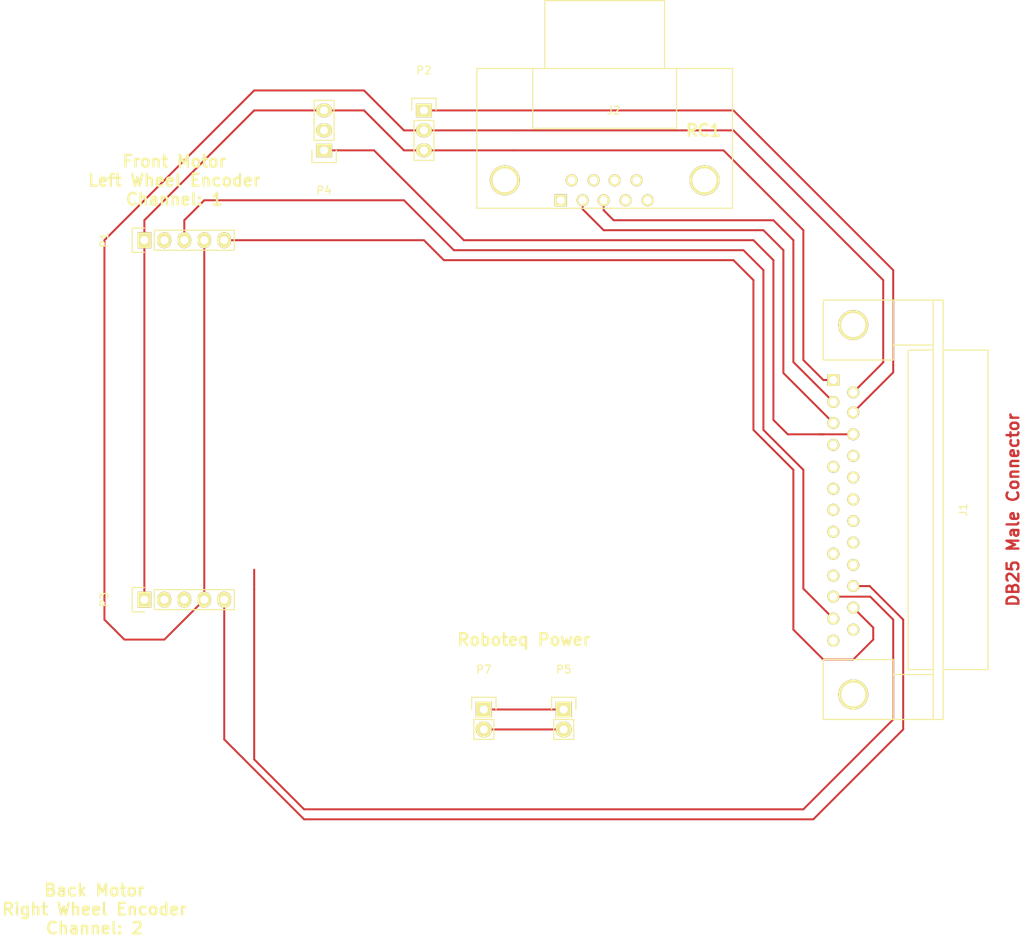
<source format=kicad_pcb>
(kicad_pcb (version 4) (host pcbnew 4.0.1-stable)

  (general
    (links 20)
    (no_connects 4)
    (area 82.861429 54.735 206.94 164.105001)
    (thickness 1.6)
    (drawings 5)
    (tracks 99)
    (zones 0)
    (modules 8)
    (nets 35)
  )

  (page A4)
  (layers
    (0 F.Cu signal)
    (31 B.Cu signal)
    (32 B.Adhes user)
    (33 F.Adhes user)
    (34 B.Paste user)
    (35 F.Paste user)
    (36 B.SilkS user)
    (37 F.SilkS user)
    (38 B.Mask user)
    (39 F.Mask user)
    (40 Dwgs.User user)
    (41 Cmts.User user)
    (42 Eco1.User user)
    (43 Eco2.User user)
    (44 Edge.Cuts user)
    (45 Margin user)
    (46 B.CrtYd user)
    (47 F.CrtYd user)
    (48 B.Fab user)
    (49 F.Fab user)
  )

  (setup
    (last_trace_width 0.25)
    (trace_clearance 0.2)
    (zone_clearance 0.508)
    (zone_45_only no)
    (trace_min 0.2)
    (segment_width 0.2)
    (edge_width 0.15)
    (via_size 0.6)
    (via_drill 0.4)
    (via_min_size 0.4)
    (via_min_drill 0.3)
    (uvia_size 0.3)
    (uvia_drill 0.1)
    (uvias_allowed no)
    (uvia_min_size 0.2)
    (uvia_min_drill 0.1)
    (pcb_text_width 0.3)
    (pcb_text_size 1.5 1.5)
    (mod_edge_width 0.15)
    (mod_text_size 1 1)
    (mod_text_width 0.15)
    (pad_size 1.524 1.524)
    (pad_drill 0.762)
    (pad_to_mask_clearance 0.2)
    (aux_axis_origin 0 0)
    (visible_elements FFFFFF7F)
    (pcbplotparams
      (layerselection 0x00030_80000001)
      (usegerberextensions false)
      (excludeedgelayer true)
      (linewidth 0.100000)
      (plotframeref false)
      (viasonmask false)
      (mode 1)
      (useauxorigin false)
      (hpglpennumber 1)
      (hpglpenspeed 20)
      (hpglpendiameter 15)
      (hpglpenoverlay 2)
      (psnegative false)
      (psa4output false)
      (plotreference true)
      (plotvalue true)
      (plotinvisibletext false)
      (padsonsilk false)
      (subtractmaskfromsilk false)
      (outputformat 1)
      (mirror false)
      (drillshape 1)
      (scaleselection 1)
      (outputdirectory ""))
  )

  (net 0 "")
  (net 1 GND)
  (net 2 "Net-(J1-Pad4)")
  (net 3 "Net-(J1-Pad6)")
  (net 4 "Net-(J1-Pad7)")
  (net 5 "Net-(J1-Pad8)")
  (net 6 "Net-(J1-Pad9)")
  (net 7 "Net-(J1-Pad10)")
  (net 8 RIGHT_ENC2_A)
  (net 9 LEFT_ENC1_A)
  (net 10 "Net-(J1-Pad14)")
  (net 11 "Net-(J1-Pad16)")
  (net 12 "Net-(J1-Pad17)")
  (net 13 "Net-(J1-Pad18)")
  (net 14 "Net-(J1-Pad19)")
  (net 15 "Net-(J1-Pad20)")
  (net 16 "Net-(J1-Pad21)")
  (net 17 "Net-(J1-Pad22)")
  (net 18 RIGHT_ENC2_B)
  (net 19 LEFT_ENC1_B)
  (net 20 +5V)
  (net 21 "Net-(P1-Pad2)")
  (net 22 "Net-(P3-Pad2)")
  (net 23 RS232-Tx)
  (net 24 RS232-Rx)
  (net 25 RC1)
  (net 26 "Net-(J2-Pad1)")
  (net 27 "Net-(J2-Pad4)")
  (net 28 "Net-(J2-Pad5)")
  (net 29 "Net-(J2-Pad6)")
  (net 30 "Net-(J2-Pad7)")
  (net 31 "Net-(J2-Pad8)")
  (net 32 "Net-(J2-Pad9)")
  (net 33 Battery+24V)
  (net 34 BatteryGND)

  (net_class Default "This is the default net class."
    (clearance 0.2)
    (trace_width 0.25)
    (via_dia 0.6)
    (via_drill 0.4)
    (uvia_dia 0.3)
    (uvia_drill 0.1)
    (add_net +5V)
    (add_net Battery+24V)
    (add_net BatteryGND)
    (add_net GND)
    (add_net LEFT_ENC1_A)
    (add_net LEFT_ENC1_B)
    (add_net "Net-(J1-Pad10)")
    (add_net "Net-(J1-Pad14)")
    (add_net "Net-(J1-Pad16)")
    (add_net "Net-(J1-Pad17)")
    (add_net "Net-(J1-Pad18)")
    (add_net "Net-(J1-Pad19)")
    (add_net "Net-(J1-Pad20)")
    (add_net "Net-(J1-Pad21)")
    (add_net "Net-(J1-Pad22)")
    (add_net "Net-(J1-Pad4)")
    (add_net "Net-(J1-Pad6)")
    (add_net "Net-(J1-Pad7)")
    (add_net "Net-(J1-Pad8)")
    (add_net "Net-(J1-Pad9)")
    (add_net "Net-(J2-Pad1)")
    (add_net "Net-(J2-Pad4)")
    (add_net "Net-(J2-Pad5)")
    (add_net "Net-(J2-Pad6)")
    (add_net "Net-(J2-Pad7)")
    (add_net "Net-(J2-Pad8)")
    (add_net "Net-(J2-Pad9)")
    (add_net "Net-(P1-Pad2)")
    (add_net "Net-(P3-Pad2)")
    (add_net RC1)
    (add_net RIGHT_ENC2_A)
    (add_net RIGHT_ENC2_B)
    (add_net RS232-Rx)
    (add_net RS232-Tx)
  )

  (module Connect:DB25FC (layer F.Cu) (tedit 0) (tstamp 56A5A8D7)
    (at 184.15 111.76 270)
    (descr "Connecteur DB25 femelle couche")
    (tags "CONN DB25")
    (path /56A32C6A)
    (fp_text reference J1 (at 0 -15.24 270) (layer F.SilkS)
      (effects (font (size 1 1) (thickness 0.15)))
    )
    (fp_text value DB25 (at 0 -6.35 270) (layer F.Fab)
      (effects (font (size 1 1) (thickness 0.15)))
    )
    (fp_line (start 26.67 -11.43) (end 26.67 2.54) (layer F.SilkS) (width 0.15))
    (fp_line (start 19.05 -6.35) (end 19.05 2.54) (layer F.SilkS) (width 0.15))
    (fp_line (start 20.955 -11.43) (end 20.955 -6.35) (layer F.SilkS) (width 0.15))
    (fp_line (start -20.955 -11.43) (end -20.955 -6.35) (layer F.SilkS) (width 0.15))
    (fp_line (start -19.05 -6.35) (end -19.05 2.54) (layer F.SilkS) (width 0.15))
    (fp_line (start -26.67 2.54) (end -26.67 -11.43) (layer F.SilkS) (width 0.15))
    (fp_line (start 26.67 -6.35) (end 19.05 -6.35) (layer F.SilkS) (width 0.15))
    (fp_line (start -26.67 -6.35) (end -19.05 -6.35) (layer F.SilkS) (width 0.15))
    (fp_line (start 20.32 -8.255) (end 20.32 -11.43) (layer F.SilkS) (width 0.15))
    (fp_line (start -20.32 -8.255) (end -20.32 -11.43) (layer F.SilkS) (width 0.15))
    (fp_line (start 20.32 -18.415) (end 20.32 -12.7) (layer F.SilkS) (width 0.15))
    (fp_line (start -20.32 -18.415) (end -20.32 -12.7) (layer F.SilkS) (width 0.15))
    (fp_line (start 26.67 -11.43) (end 26.67 -12.7) (layer F.SilkS) (width 0.15))
    (fp_line (start 26.67 -12.7) (end -26.67 -12.7) (layer F.SilkS) (width 0.15))
    (fp_line (start -26.67 -12.7) (end -26.67 -11.43) (layer F.SilkS) (width 0.15))
    (fp_line (start -26.67 -11.43) (end 26.67 -11.43) (layer F.SilkS) (width 0.15))
    (fp_line (start 19.05 2.54) (end 26.67 2.54) (layer F.SilkS) (width 0.15))
    (fp_line (start -20.32 -8.255) (end 20.32 -8.255) (layer F.SilkS) (width 0.15))
    (fp_line (start -20.32 -18.415) (end 20.32 -18.415) (layer F.SilkS) (width 0.15))
    (fp_line (start -26.67 2.54) (end -19.05 2.54) (layer F.SilkS) (width 0.15))
    (pad "" thru_hole circle (at 23.495 -1.27 270) (size 3.81 3.81) (drill 3.048) (layers *.Cu *.Mask F.SilkS))
    (pad "" thru_hole circle (at -23.495 -1.27 270) (size 3.81 3.81) (drill 3.048) (layers *.Cu *.Mask F.SilkS))
    (pad 1 thru_hole rect (at -16.51 1.27 270) (size 1.524 1.524) (drill 1.016) (layers *.Cu *.Mask F.SilkS)
      (net 1 GND))
    (pad 2 thru_hole circle (at -13.716 1.27 270) (size 1.524 1.524) (drill 1.016) (layers *.Cu *.Mask F.SilkS)
      (net 23 RS232-Tx))
    (pad 3 thru_hole circle (at -11.049 1.27 270) (size 1.524 1.524) (drill 1.016) (layers *.Cu *.Mask F.SilkS)
      (net 24 RS232-Rx))
    (pad 4 thru_hole circle (at -8.255 1.27 270) (size 1.524 1.524) (drill 1.016) (layers *.Cu *.Mask F.SilkS)
      (net 2 "Net-(J1-Pad4)"))
    (pad 5 thru_hole circle (at -5.461 1.27 270) (size 1.524 1.524) (drill 1.016) (layers *.Cu *.Mask F.SilkS)
      (net 1 GND))
    (pad 6 thru_hole circle (at -2.667 1.27 270) (size 1.524 1.524) (drill 1.016) (layers *.Cu *.Mask F.SilkS)
      (net 3 "Net-(J1-Pad6)"))
    (pad 7 thru_hole circle (at 0 1.27 270) (size 1.524 1.524) (drill 1.016) (layers *.Cu *.Mask F.SilkS)
      (net 4 "Net-(J1-Pad7)"))
    (pad 8 thru_hole circle (at 2.794 1.27 270) (size 1.524 1.524) (drill 1.016) (layers *.Cu *.Mask F.SilkS)
      (net 5 "Net-(J1-Pad8)"))
    (pad 9 thru_hole circle (at 5.588 1.27 270) (size 1.524 1.524) (drill 1.016) (layers *.Cu *.Mask F.SilkS)
      (net 6 "Net-(J1-Pad9)"))
    (pad 10 thru_hole circle (at 8.382 1.27 270) (size 1.524 1.524) (drill 1.016) (layers *.Cu *.Mask F.SilkS)
      (net 7 "Net-(J1-Pad10)"))
    (pad 11 thru_hole circle (at 11.049 1.27 270) (size 1.524 1.524) (drill 1.016) (layers *.Cu *.Mask F.SilkS)
      (net 8 RIGHT_ENC2_A))
    (pad 12 thru_hole circle (at 13.843 1.27 270) (size 1.524 1.524) (drill 1.016) (layers *.Cu *.Mask F.SilkS)
      (net 9 LEFT_ENC1_A))
    (pad 13 thru_hole circle (at 16.637 1.27 270) (size 1.524 1.524) (drill 1.016) (layers *.Cu *.Mask F.SilkS)
      (net 1 GND))
    (pad 14 thru_hole circle (at -14.9352 -1.27 270) (size 1.524 1.524) (drill 1.016) (layers *.Cu *.Mask F.SilkS)
      (net 20 +5V))
    (pad 15 thru_hole circle (at -12.3952 -1.27 270) (size 1.524 1.524) (drill 1.016) (layers *.Cu *.Mask F.SilkS)
      (net 25 RC1))
    (pad 16 thru_hole circle (at -9.6012 -1.27 270) (size 1.524 1.524) (drill 1.016) (layers *.Cu *.Mask F.SilkS)
      (net 11 "Net-(J1-Pad16)"))
    (pad 17 thru_hole circle (at -6.858 -1.27 270) (size 1.524 1.524) (drill 1.016) (layers *.Cu *.Mask F.SilkS)
      (net 12 "Net-(J1-Pad17)"))
    (pad 18 thru_hole circle (at -4.1148 -1.27 270) (size 1.524 1.524) (drill 1.016) (layers *.Cu *.Mask F.SilkS)
      (net 13 "Net-(J1-Pad18)"))
    (pad 19 thru_hole circle (at -1.3208 -1.27 270) (size 1.524 1.524) (drill 1.016) (layers *.Cu *.Mask F.SilkS)
      (net 14 "Net-(J1-Pad19)"))
    (pad 20 thru_hole circle (at 1.4224 -1.27 270) (size 1.524 1.524) (drill 1.016) (layers *.Cu *.Mask F.SilkS)
      (net 15 "Net-(J1-Pad20)"))
    (pad 21 thru_hole circle (at 4.1656 -1.27 270) (size 1.524 1.524) (drill 1.016) (layers *.Cu *.Mask F.SilkS)
      (net 16 "Net-(J1-Pad21)"))
    (pad 22 thru_hole circle (at 7.0104 -1.27 270) (size 1.524 1.524) (drill 1.016) (layers *.Cu *.Mask F.SilkS)
      (net 17 "Net-(J1-Pad22)"))
    (pad 23 thru_hole circle (at 9.7028 -1.27 270) (size 1.524 1.524) (drill 1.016) (layers *.Cu *.Mask F.SilkS)
      (net 18 RIGHT_ENC2_B))
    (pad 24 thru_hole circle (at 12.446 -1.27 270) (size 1.524 1.524) (drill 1.016) (layers *.Cu *.Mask F.SilkS)
      (net 19 LEFT_ENC1_B))
    (pad 25 thru_hole circle (at 15.24 -1.27 270) (size 1.524 1.524) (drill 1.016) (layers *.Cu *.Mask F.SilkS)
      (net 20 +5V))
    (model Connect.3dshapes/DB25FC.wrl
      (at (xyz 0 0 0))
      (scale (xyz 1 1 1))
      (rotate (xyz 0 0 0))
    )
  )

  (module Pin_Headers:Pin_Header_Straight_1x05 (layer F.Cu) (tedit 54EA0684) (tstamp 56A5A8E0)
    (at 95.25 77.47 90)
    (descr "Through hole pin header")
    (tags "pin header")
    (path /56A56BF7)
    (fp_text reference P1 (at 0 -5.1 90) (layer F.SilkS)
      (effects (font (size 1 1) (thickness 0.15)))
    )
    (fp_text value CONN_01X05 (at 0 -3.1 90) (layer F.Fab)
      (effects (font (size 1 1) (thickness 0.15)))
    )
    (fp_line (start -1.55 0) (end -1.55 -1.55) (layer F.SilkS) (width 0.15))
    (fp_line (start -1.55 -1.55) (end 1.55 -1.55) (layer F.SilkS) (width 0.15))
    (fp_line (start 1.55 -1.55) (end 1.55 0) (layer F.SilkS) (width 0.15))
    (fp_line (start -1.75 -1.75) (end -1.75 11.95) (layer F.CrtYd) (width 0.05))
    (fp_line (start 1.75 -1.75) (end 1.75 11.95) (layer F.CrtYd) (width 0.05))
    (fp_line (start -1.75 -1.75) (end 1.75 -1.75) (layer F.CrtYd) (width 0.05))
    (fp_line (start -1.75 11.95) (end 1.75 11.95) (layer F.CrtYd) (width 0.05))
    (fp_line (start 1.27 1.27) (end 1.27 11.43) (layer F.SilkS) (width 0.15))
    (fp_line (start 1.27 11.43) (end -1.27 11.43) (layer F.SilkS) (width 0.15))
    (fp_line (start -1.27 11.43) (end -1.27 1.27) (layer F.SilkS) (width 0.15))
    (fp_line (start 1.27 1.27) (end -1.27 1.27) (layer F.SilkS) (width 0.15))
    (pad 1 thru_hole rect (at 0 0 90) (size 2.032 1.7272) (drill 1.016) (layers *.Cu *.Mask F.SilkS)
      (net 1 GND))
    (pad 2 thru_hole oval (at 0 2.54 90) (size 2.032 1.7272) (drill 1.016) (layers *.Cu *.Mask F.SilkS)
      (net 21 "Net-(P1-Pad2)"))
    (pad 3 thru_hole oval (at 0 5.08 90) (size 2.032 1.7272) (drill 1.016) (layers *.Cu *.Mask F.SilkS)
      (net 9 LEFT_ENC1_A))
    (pad 4 thru_hole oval (at 0 7.62 90) (size 2.032 1.7272) (drill 1.016) (layers *.Cu *.Mask F.SilkS)
      (net 20 +5V))
    (pad 5 thru_hole oval (at 0 10.16 90) (size 2.032 1.7272) (drill 1.016) (layers *.Cu *.Mask F.SilkS)
      (net 19 LEFT_ENC1_B))
    (model Pin_Headers.3dshapes/Pin_Header_Straight_1x05.wrl
      (at (xyz 0 -0.2 0))
      (scale (xyz 1 1 1))
      (rotate (xyz 0 0 90))
    )
  )

  (module Pin_Headers:Pin_Header_Straight_1x05 (layer F.Cu) (tedit 54EA0684) (tstamp 56A5A8F0)
    (at 95.25 123.19 90)
    (descr "Through hole pin header")
    (tags "pin header")
    (path /56A56D33)
    (fp_text reference P3 (at 0 -5.1 90) (layer F.SilkS)
      (effects (font (size 1 1) (thickness 0.15)))
    )
    (fp_text value CONN_01X05 (at 0 -3.1 90) (layer F.Fab)
      (effects (font (size 1 1) (thickness 0.15)))
    )
    (fp_line (start -1.55 0) (end -1.55 -1.55) (layer F.SilkS) (width 0.15))
    (fp_line (start -1.55 -1.55) (end 1.55 -1.55) (layer F.SilkS) (width 0.15))
    (fp_line (start 1.55 -1.55) (end 1.55 0) (layer F.SilkS) (width 0.15))
    (fp_line (start -1.75 -1.75) (end -1.75 11.95) (layer F.CrtYd) (width 0.05))
    (fp_line (start 1.75 -1.75) (end 1.75 11.95) (layer F.CrtYd) (width 0.05))
    (fp_line (start -1.75 -1.75) (end 1.75 -1.75) (layer F.CrtYd) (width 0.05))
    (fp_line (start -1.75 11.95) (end 1.75 11.95) (layer F.CrtYd) (width 0.05))
    (fp_line (start 1.27 1.27) (end 1.27 11.43) (layer F.SilkS) (width 0.15))
    (fp_line (start 1.27 11.43) (end -1.27 11.43) (layer F.SilkS) (width 0.15))
    (fp_line (start -1.27 11.43) (end -1.27 1.27) (layer F.SilkS) (width 0.15))
    (fp_line (start 1.27 1.27) (end -1.27 1.27) (layer F.SilkS) (width 0.15))
    (pad 1 thru_hole rect (at 0 0 90) (size 2.032 1.7272) (drill 1.016) (layers *.Cu *.Mask F.SilkS)
      (net 1 GND))
    (pad 2 thru_hole oval (at 0 2.54 90) (size 2.032 1.7272) (drill 1.016) (layers *.Cu *.Mask F.SilkS)
      (net 22 "Net-(P3-Pad2)"))
    (pad 3 thru_hole oval (at 0 5.08 90) (size 2.032 1.7272) (drill 1.016) (layers *.Cu *.Mask F.SilkS)
      (net 8 RIGHT_ENC2_A))
    (pad 4 thru_hole oval (at 0 7.62 90) (size 2.032 1.7272) (drill 1.016) (layers *.Cu *.Mask F.SilkS)
      (net 20 +5V))
    (pad 5 thru_hole oval (at 0 10.16 90) (size 2.032 1.7272) (drill 1.016) (layers *.Cu *.Mask F.SilkS)
      (net 18 RIGHT_ENC2_B))
    (model Pin_Headers.3dshapes/Pin_Header_Straight_1x05.wrl
      (at (xyz 0 -0.2 0))
      (scale (xyz 1 1 1))
      (rotate (xyz 0 0 90))
    )
  )

  (module Pin_Headers:Pin_Header_Straight_1x03 (layer F.Cu) (tedit 0) (tstamp 56A5A8F7)
    (at 118.11 66.04 180)
    (descr "Through hole pin header")
    (tags "pin header")
    (path /56A3306D)
    (fp_text reference P4 (at 0 -5.1 180) (layer F.SilkS)
      (effects (font (size 1 1) (thickness 0.15)))
    )
    (fp_text value CONN_01X03 (at 0 -3.1 180) (layer F.Fab)
      (effects (font (size 1 1) (thickness 0.15)))
    )
    (fp_line (start -1.75 -1.75) (end -1.75 6.85) (layer F.CrtYd) (width 0.05))
    (fp_line (start 1.75 -1.75) (end 1.75 6.85) (layer F.CrtYd) (width 0.05))
    (fp_line (start -1.75 -1.75) (end 1.75 -1.75) (layer F.CrtYd) (width 0.05))
    (fp_line (start -1.75 6.85) (end 1.75 6.85) (layer F.CrtYd) (width 0.05))
    (fp_line (start -1.27 1.27) (end -1.27 6.35) (layer F.SilkS) (width 0.15))
    (fp_line (start -1.27 6.35) (end 1.27 6.35) (layer F.SilkS) (width 0.15))
    (fp_line (start 1.27 6.35) (end 1.27 1.27) (layer F.SilkS) (width 0.15))
    (fp_line (start 1.55 -1.55) (end 1.55 0) (layer F.SilkS) (width 0.15))
    (fp_line (start 1.27 1.27) (end -1.27 1.27) (layer F.SilkS) (width 0.15))
    (fp_line (start -1.55 0) (end -1.55 -1.55) (layer F.SilkS) (width 0.15))
    (fp_line (start -1.55 -1.55) (end 1.55 -1.55) (layer F.SilkS) (width 0.15))
    (pad 1 thru_hole rect (at 0 0 180) (size 2.032 1.7272) (drill 1.016) (layers *.Cu *.Mask F.SilkS)
      (net 11 "Net-(J1-Pad16)"))
    (pad 2 thru_hole oval (at 0 2.54 180) (size 2.032 1.7272) (drill 1.016) (layers *.Cu *.Mask F.SilkS)
      (net 10 "Net-(J1-Pad14)"))
    (pad 3 thru_hole oval (at 0 5.08 180) (size 2.032 1.7272) (drill 1.016) (layers *.Cu *.Mask F.SilkS)
      (net 1 GND))
    (model Pin_Headers.3dshapes/Pin_Header_Straight_1x03.wrl
      (at (xyz 0 -0.1 0))
      (scale (xyz 1 1 1))
      (rotate (xyz 0 0 90))
    )
  )

  (module Pin_Headers:Pin_Header_Straight_1x02 (layer F.Cu) (tedit 54EA090C) (tstamp 56A5A8FD)
    (at 148.59 137.16)
    (descr "Through hole pin header")
    (tags "pin header")
    (path /56A5A362)
    (fp_text reference P5 (at 0 -5.1) (layer F.SilkS)
      (effects (font (size 1 1) (thickness 0.15)))
    )
    (fp_text value CONN_01X02 (at 0 -3.1) (layer F.Fab)
      (effects (font (size 1 1) (thickness 0.15)))
    )
    (fp_line (start 1.27 1.27) (end 1.27 3.81) (layer F.SilkS) (width 0.15))
    (fp_line (start 1.55 -1.55) (end 1.55 0) (layer F.SilkS) (width 0.15))
    (fp_line (start -1.75 -1.75) (end -1.75 4.3) (layer F.CrtYd) (width 0.05))
    (fp_line (start 1.75 -1.75) (end 1.75 4.3) (layer F.CrtYd) (width 0.05))
    (fp_line (start -1.75 -1.75) (end 1.75 -1.75) (layer F.CrtYd) (width 0.05))
    (fp_line (start -1.75 4.3) (end 1.75 4.3) (layer F.CrtYd) (width 0.05))
    (fp_line (start 1.27 1.27) (end -1.27 1.27) (layer F.SilkS) (width 0.15))
    (fp_line (start -1.55 0) (end -1.55 -1.55) (layer F.SilkS) (width 0.15))
    (fp_line (start -1.55 -1.55) (end 1.55 -1.55) (layer F.SilkS) (width 0.15))
    (fp_line (start -1.27 1.27) (end -1.27 3.81) (layer F.SilkS) (width 0.15))
    (fp_line (start -1.27 3.81) (end 1.27 3.81) (layer F.SilkS) (width 0.15))
    (pad 1 thru_hole rect (at 0 0) (size 2.032 2.032) (drill 1.016) (layers *.Cu *.Mask F.SilkS)
      (net 33 Battery+24V))
    (pad 2 thru_hole oval (at 0 2.54) (size 2.032 2.032) (drill 1.016) (layers *.Cu *.Mask F.SilkS)
      (net 34 BatteryGND))
    (model Pin_Headers.3dshapes/Pin_Header_Straight_1x02.wrl
      (at (xyz 0 -0.05 0))
      (scale (xyz 1 1 1))
      (rotate (xyz 0 0 90))
    )
  )

  (module Pin_Headers:Pin_Header_Straight_1x02 (layer F.Cu) (tedit 54EA090C) (tstamp 56A5A90F)
    (at 138.43 137.16)
    (descr "Through hole pin header")
    (tags "pin header")
    (path /56A5A521)
    (fp_text reference P7 (at 0 -5.1) (layer F.SilkS)
      (effects (font (size 1 1) (thickness 0.15)))
    )
    (fp_text value CONN_01X02 (at 0 -3.1) (layer F.Fab)
      (effects (font (size 1 1) (thickness 0.15)))
    )
    (fp_line (start 1.27 1.27) (end 1.27 3.81) (layer F.SilkS) (width 0.15))
    (fp_line (start 1.55 -1.55) (end 1.55 0) (layer F.SilkS) (width 0.15))
    (fp_line (start -1.75 -1.75) (end -1.75 4.3) (layer F.CrtYd) (width 0.05))
    (fp_line (start 1.75 -1.75) (end 1.75 4.3) (layer F.CrtYd) (width 0.05))
    (fp_line (start -1.75 -1.75) (end 1.75 -1.75) (layer F.CrtYd) (width 0.05))
    (fp_line (start -1.75 4.3) (end 1.75 4.3) (layer F.CrtYd) (width 0.05))
    (fp_line (start 1.27 1.27) (end -1.27 1.27) (layer F.SilkS) (width 0.15))
    (fp_line (start -1.55 0) (end -1.55 -1.55) (layer F.SilkS) (width 0.15))
    (fp_line (start -1.55 -1.55) (end 1.55 -1.55) (layer F.SilkS) (width 0.15))
    (fp_line (start -1.27 1.27) (end -1.27 3.81) (layer F.SilkS) (width 0.15))
    (fp_line (start -1.27 3.81) (end 1.27 3.81) (layer F.SilkS) (width 0.15))
    (pad 1 thru_hole rect (at 0 0) (size 2.032 2.032) (drill 1.016) (layers *.Cu *.Mask F.SilkS)
      (net 33 Battery+24V))
    (pad 2 thru_hole oval (at 0 2.54) (size 2.032 2.032) (drill 1.016) (layers *.Cu *.Mask F.SilkS)
      (net 34 BatteryGND))
    (model Pin_Headers.3dshapes/Pin_Header_Straight_1x02.wrl
      (at (xyz 0 -0.05 0))
      (scale (xyz 1 1 1))
      (rotate (xyz 0 0 90))
    )
  )

  (module Pin_Headers:Pin_Header_Straight_1x03 (layer F.Cu) (tedit 0) (tstamp 56C77028)
    (at 130.81 60.96)
    (descr "Through hole pin header")
    (tags "pin header")
    (path /56A32FA6)
    (fp_text reference P2 (at 0 -5.1) (layer F.SilkS)
      (effects (font (size 1 1) (thickness 0.15)))
    )
    (fp_text value CONN_01X03 (at 0 -3.1) (layer F.Fab)
      (effects (font (size 1 1) (thickness 0.15)))
    )
    (fp_line (start -1.75 -1.75) (end -1.75 6.85) (layer F.CrtYd) (width 0.05))
    (fp_line (start 1.75 -1.75) (end 1.75 6.85) (layer F.CrtYd) (width 0.05))
    (fp_line (start -1.75 -1.75) (end 1.75 -1.75) (layer F.CrtYd) (width 0.05))
    (fp_line (start -1.75 6.85) (end 1.75 6.85) (layer F.CrtYd) (width 0.05))
    (fp_line (start -1.27 1.27) (end -1.27 6.35) (layer F.SilkS) (width 0.15))
    (fp_line (start -1.27 6.35) (end 1.27 6.35) (layer F.SilkS) (width 0.15))
    (fp_line (start 1.27 6.35) (end 1.27 1.27) (layer F.SilkS) (width 0.15))
    (fp_line (start 1.55 -1.55) (end 1.55 0) (layer F.SilkS) (width 0.15))
    (fp_line (start 1.27 1.27) (end -1.27 1.27) (layer F.SilkS) (width 0.15))
    (fp_line (start -1.55 0) (end -1.55 -1.55) (layer F.SilkS) (width 0.15))
    (fp_line (start -1.55 -1.55) (end 1.55 -1.55) (layer F.SilkS) (width 0.15))
    (pad 1 thru_hole rect (at 0 0) (size 2.032 1.7272) (drill 1.016) (layers *.Cu *.Mask F.SilkS)
      (net 25 RC1))
    (pad 2 thru_hole oval (at 0 2.54) (size 2.032 1.7272) (drill 1.016) (layers *.Cu *.Mask F.SilkS)
      (net 20 +5V))
    (pad 3 thru_hole oval (at 0 5.08) (size 2.032 1.7272) (drill 1.016) (layers *.Cu *.Mask F.SilkS)
      (net 1 GND))
    (model Pin_Headers.3dshapes/Pin_Header_Straight_1x03.wrl
      (at (xyz 0 -0.1 0))
      (scale (xyz 1 1 1))
      (rotate (xyz 0 0 90))
    )
  )

  (module Connect:DB9FC (layer F.Cu) (tedit 0) (tstamp 56C770A5)
    (at 153.67 71.12)
    (descr "Connecteur DB9 femelle couche")
    (tags "CONN DB9")
    (path /56C76CF2)
    (fp_text reference J2 (at 1.27 -10.16) (layer F.SilkS)
      (effects (font (size 1 1) (thickness 0.15)))
    )
    (fp_text value DB9 (at 1.27 -3.81) (layer F.Fab)
      (effects (font (size 1 1) (thickness 0.15)))
    )
    (fp_line (start -16.129 2.286) (end 16.383 2.286) (layer F.SilkS) (width 0.15))
    (fp_line (start 16.383 2.286) (end 16.383 -15.494) (layer F.SilkS) (width 0.15))
    (fp_line (start 16.383 -15.494) (end -16.129 -15.494) (layer F.SilkS) (width 0.15))
    (fp_line (start -16.129 -15.494) (end -16.129 2.286) (layer F.SilkS) (width 0.15))
    (fp_line (start -9.017 -15.494) (end -9.017 -7.874) (layer F.SilkS) (width 0.15))
    (fp_line (start -9.017 -7.874) (end 9.271 -7.874) (layer F.SilkS) (width 0.15))
    (fp_line (start 9.271 -7.874) (end 9.271 -15.494) (layer F.SilkS) (width 0.15))
    (fp_line (start -7.493 -15.494) (end -7.493 -24.13) (layer F.SilkS) (width 0.15))
    (fp_line (start -7.493 -24.13) (end 7.747 -24.13) (layer F.SilkS) (width 0.15))
    (fp_line (start 7.747 -24.13) (end 7.747 -15.494) (layer F.SilkS) (width 0.15))
    (pad "" thru_hole circle (at 12.827 -1.27) (size 3.81 3.81) (drill 3.048) (layers *.Cu *.Mask F.SilkS))
    (pad "" thru_hole circle (at -12.573 -1.27) (size 3.81 3.81) (drill 3.048) (layers *.Cu *.Mask F.SilkS))
    (pad 1 thru_hole rect (at -5.461 1.27) (size 1.524 1.524) (drill 1.016) (layers *.Cu *.Mask F.SilkS)
      (net 26 "Net-(J2-Pad1)"))
    (pad 2 thru_hole circle (at -2.667 1.27) (size 1.524 1.524) (drill 1.016) (layers *.Cu *.Mask F.SilkS)
      (net 24 RS232-Rx))
    (pad 3 thru_hole circle (at 0 1.27) (size 1.524 1.524) (drill 1.016) (layers *.Cu *.Mask F.SilkS)
      (net 23 RS232-Tx))
    (pad 4 thru_hole circle (at 2.794 1.27) (size 1.524 1.524) (drill 1.016) (layers *.Cu *.Mask F.SilkS)
      (net 27 "Net-(J2-Pad4)"))
    (pad 5 thru_hole circle (at 5.588 1.27) (size 1.524 1.524) (drill 1.016) (layers *.Cu *.Mask F.SilkS)
      (net 28 "Net-(J2-Pad5)"))
    (pad 6 thru_hole circle (at -4.064 -1.27) (size 1.524 1.524) (drill 1.016) (layers *.Cu *.Mask F.SilkS)
      (net 29 "Net-(J2-Pad6)"))
    (pad 7 thru_hole circle (at -1.27 -1.27) (size 1.524 1.524) (drill 1.016) (layers *.Cu *.Mask F.SilkS)
      (net 30 "Net-(J2-Pad7)"))
    (pad 8 thru_hole circle (at 1.397 -1.27) (size 1.524 1.524) (drill 1.016) (layers *.Cu *.Mask F.SilkS)
      (net 31 "Net-(J2-Pad8)"))
    (pad 9 thru_hole circle (at 4.191 -1.27) (size 1.524 1.524) (drill 1.016) (layers *.Cu *.Mask F.SilkS)
      (net 32 "Net-(J2-Pad9)"))
    (model Connect.3dshapes/DB9FC.wrl
      (at (xyz 0 0 0))
      (scale (xyz 1 1 1))
      (rotate (xyz 0 0 0))
    )
  )

  (gr_text "DB25 Male Connector" (at 205.74 111.76 90) (layer F.Cu)
    (effects (font (size 1.5 1.5) (thickness 0.3)))
  )
  (gr_text RC1 (at 166.37 63.5) (layer F.SilkS)
    (effects (font (size 1.5 1.5) (thickness 0.3)))
  )
  (gr_text "Back Motor\nRight Wheel Encoder\nChannel: 2" (at 88.9 162.56) (layer F.SilkS)
    (effects (font (size 1.5 1.5) (thickness 0.3)))
  )
  (gr_text "Front Motor\nLeft Wheel Encoder\nChannel: 1" (at 99.06 69.85) (layer F.SilkS)
    (effects (font (size 1.5 1.5) (thickness 0.3)))
  )
  (gr_text "Roboteq Power" (at 143.51 128.27) (layer F.SilkS)
    (effects (font (size 1.5 1.5) (thickness 0.3)))
  )

  (segment (start 95.25 123.19) (end 95.25 77.47) (width 0.25) (layer F.Cu) (net 1) (status C00000))
  (segment (start 118.11 60.96) (end 109.22 60.96) (width 0.25) (layer F.Cu) (net 1))
  (segment (start 95.25 74.93) (end 95.25 77.47) (width 0.25) (layer F.Cu) (net 1) (tstamp 56CDE474))
  (segment (start 109.22 60.96) (end 95.25 74.93) (width 0.25) (layer F.Cu) (net 1) (tstamp 56CDE46E))
  (segment (start 130.81 66.04) (end 142.24 66.04) (width 0.25) (layer F.Cu) (net 1))
  (segment (start 168.91 66.04) (end 142.24 66.04) (width 0.25) (layer F.Cu) (net 1) (tstamp 56CDDDE7))
  (segment (start 172.72 69.85) (end 179.07 76.2) (width 0.25) (layer F.Cu) (net 1) (tstamp 56A64D4A))
  (segment (start 179.07 76.2) (end 179.07 92.71) (width 0.25) (layer F.Cu) (net 1) (tstamp 56A64D4E))
  (segment (start 179.07 92.71) (end 181.61 95.25) (width 0.25) (layer F.Cu) (net 1) (tstamp 56A64D50))
  (segment (start 181.61 95.25) (end 182.88 95.25) (width 0.25) (layer F.Cu) (net 1) (tstamp 56A64D52))
  (segment (start 172.72 69.85) (end 168.91 66.04) (width 0.25) (layer F.Cu) (net 1))
  (segment (start 118.11 60.96) (end 123.19 60.96) (width 0.25) (layer F.Cu) (net 1))
  (segment (start 128.27 66.04) (end 130.81 66.04) (width 0.25) (layer F.Cu) (net 1) (tstamp 56CDDF1B))
  (segment (start 123.19 60.96) (end 128.27 66.04) (width 0.25) (layer F.Cu) (net 1) (tstamp 56CDDF14))
  (segment (start 179.07 149.86) (end 115.57 149.86) (width 0.25) (layer F.Cu) (net 8))
  (segment (start 187.579 122.809) (end 190.5 125.73) (width 0.25) (layer F.Cu) (net 8) (tstamp 56A64DD3))
  (segment (start 190.5 125.73) (end 190.5 138.43) (width 0.25) (layer F.Cu) (net 8) (tstamp 56A64DD8))
  (segment (start 190.5 138.43) (end 179.07 149.86) (width 0.25) (layer F.Cu) (net 8) (tstamp 56A64DDD))
  (segment (start 182.88 122.809) (end 187.579 122.809) (width 0.25) (layer F.Cu) (net 8))
  (segment (start 109.22 121.92) (end 109.22 119.38) (width 0.25) (layer F.Cu) (net 8) (tstamp 56CDE77E))
  (segment (start 109.22 143.51) (end 109.22 121.92) (width 0.25) (layer F.Cu) (net 8) (tstamp 56CDE76D))
  (segment (start 115.57 149.86) (end 109.22 143.51) (width 0.25) (layer F.Cu) (net 8) (tstamp 56CDE75F))
  (segment (start 100.33 77.47) (end 100.33 74.93) (width 0.25) (layer F.Cu) (net 9))
  (segment (start 179.07 121.793) (end 182.88 125.603) (width 0.25) (layer F.Cu) (net 9) (tstamp 56CDE4E0))
  (segment (start 179.07 106.68) (end 179.07 121.793) (width 0.25) (layer F.Cu) (net 9) (tstamp 56CDE4DF))
  (segment (start 177.8 105.41) (end 179.07 106.68) (width 0.25) (layer F.Cu) (net 9) (tstamp 56CDE4D4))
  (segment (start 173.99 101.6) (end 177.8 105.41) (width 0.25) (layer F.Cu) (net 9) (tstamp 56CDE4D0))
  (segment (start 173.99 81.28) (end 173.99 101.6) (width 0.25) (layer F.Cu) (net 9) (tstamp 56CDE4CD))
  (segment (start 171.45 78.74) (end 173.99 81.28) (width 0.25) (layer F.Cu) (net 9) (tstamp 56CDE4CC))
  (segment (start 134.62 78.74) (end 171.45 78.74) (width 0.25) (layer F.Cu) (net 9) (tstamp 56CDE4C9))
  (segment (start 128.27 72.39) (end 134.62 78.74) (width 0.25) (layer F.Cu) (net 9) (tstamp 56CDE4C7))
  (segment (start 102.87 72.39) (end 128.27 72.39) (width 0.25) (layer F.Cu) (net 9) (tstamp 56CDE4C4))
  (segment (start 100.33 74.93) (end 102.87 72.39) (width 0.25) (layer F.Cu) (net 9) (tstamp 56CDE4BF))
  (segment (start 181.61 102.1588) (end 177.0888 102.1588) (width 0.25) (layer F.Cu) (net 11))
  (segment (start 124.46 66.04) (end 118.11 66.04) (width 0.25) (layer F.Cu) (net 11))
  (segment (start 175.26 80.01) (end 175.26 96.52) (width 0.25) (layer F.Cu) (net 11) (tstamp 56CDE1F6))
  (segment (start 172.72 77.47) (end 175.26 80.01) (width 0.25) (layer F.Cu) (net 11) (tstamp 56CDE1F4))
  (segment (start 135.89 77.47) (end 172.72 77.47) (width 0.25) (layer F.Cu) (net 11) (tstamp 56CDE1F0))
  (segment (start 124.46 66.04) (end 135.89 77.47) (width 0.25) (layer F.Cu) (net 11) (tstamp 56CDE1E8))
  (segment (start 175.26 100.33) (end 175.26 96.52) (width 0.25) (layer F.Cu) (net 11) (tstamp 56CDE287))
  (segment (start 177.0888 102.1588) (end 175.26 100.33) (width 0.25) (layer F.Cu) (net 11) (tstamp 56CDE285))
  (segment (start 181.0512 102.1588) (end 181.61 102.1588) (width 0.25) (layer F.Cu) (net 11) (tstamp 56CDE210))
  (segment (start 181.61 102.1588) (end 185.42 102.1588) (width 0.25) (layer F.Cu) (net 11) (tstamp 56CDE283))
  (segment (start 180.34 151.13) (end 115.57 151.13) (width 0.25) (layer F.Cu) (net 18))
  (segment (start 187.5028 121.4628) (end 191.77 125.73) (width 0.25) (layer F.Cu) (net 18) (tstamp 56A6496C))
  (segment (start 191.77 125.73) (end 191.77 139.7) (width 0.25) (layer F.Cu) (net 18) (tstamp 56A6497C))
  (segment (start 191.77 139.7) (end 180.34 151.13) (width 0.25) (layer F.Cu) (net 18) (tstamp 56A64980))
  (segment (start 185.42 121.4628) (end 187.5028 121.4628) (width 0.25) (layer F.Cu) (net 18))
  (segment (start 105.41 140.97) (end 105.41 123.19) (width 0.25) (layer F.Cu) (net 18) (tstamp 56CDE7A9) (status 800000))
  (segment (start 115.57 151.13) (end 105.41 140.97) (width 0.25) (layer F.Cu) (net 18) (tstamp 56CDE79E))
  (segment (start 105.41 77.47) (end 130.81 77.47) (width 0.25) (layer F.Cu) (net 19))
  (segment (start 187.96 126.746) (end 185.42 124.206) (width 0.25) (layer F.Cu) (net 19) (tstamp 56CDE57C))
  (segment (start 187.96 128.27) (end 187.96 126.746) (width 0.25) (layer F.Cu) (net 19) (tstamp 56CDE57A))
  (segment (start 185.42 130.81) (end 187.96 128.27) (width 0.25) (layer F.Cu) (net 19) (tstamp 56CDE574))
  (segment (start 181.61 130.81) (end 185.42 130.81) (width 0.25) (layer F.Cu) (net 19) (tstamp 56CDE571))
  (segment (start 177.8 127) (end 181.61 130.81) (width 0.25) (layer F.Cu) (net 19) (tstamp 56CDE56A))
  (segment (start 177.8 106.68) (end 177.8 127) (width 0.25) (layer F.Cu) (net 19) (tstamp 56CDE569))
  (segment (start 172.72 101.6) (end 177.8 106.68) (width 0.25) (layer F.Cu) (net 19) (tstamp 56CDE55F))
  (segment (start 172.72 82.55) (end 172.72 101.6) (width 0.25) (layer F.Cu) (net 19) (tstamp 56CDE55D))
  (segment (start 170.18 80.01) (end 172.72 82.55) (width 0.25) (layer F.Cu) (net 19) (tstamp 56CDE559))
  (segment (start 133.35 80.01) (end 170.18 80.01) (width 0.25) (layer F.Cu) (net 19) (tstamp 56CDE555))
  (segment (start 130.81 77.47) (end 133.35 80.01) (width 0.25) (layer F.Cu) (net 19) (tstamp 56CDE552))
  (segment (start 102.87 123.19) (end 102.87 77.47) (width 0.25) (layer F.Cu) (net 20) (status C00000))
  (segment (start 90.17 78.74) (end 90.17 125.73) (width 0.25) (layer F.Cu) (net 20))
  (segment (start 109.22 58.42) (end 90.17 77.47) (width 0.25) (layer F.Cu) (net 20) (tstamp 56CDE4FC))
  (segment (start 90.17 77.47) (end 90.17 78.74) (width 0.25) (layer F.Cu) (net 20) (tstamp 56CDE501))
  (segment (start 130.81 63.5) (end 128.27 63.5) (width 0.25) (layer F.Cu) (net 20))
  (segment (start 123.19 58.42) (end 113.03 58.42) (width 0.25) (layer F.Cu) (net 20) (tstamp 56CDDF08))
  (segment (start 128.27 63.5) (end 123.19 58.42) (width 0.25) (layer F.Cu) (net 20) (tstamp 56CDDF03))
  (segment (start 113.03 58.42) (end 109.22 58.42) (width 0.25) (layer F.Cu) (net 20))
  (segment (start 97.79 128.27) (end 102.87 123.19) (width 0.25) (layer F.Cu) (net 20) (tstamp 56CDE6AF) (status 800000))
  (segment (start 92.71 128.27) (end 97.79 128.27) (width 0.25) (layer F.Cu) (net 20) (tstamp 56CDE6AD))
  (segment (start 90.17 125.73) (end 92.71 128.27) (width 0.25) (layer F.Cu) (net 20) (tstamp 56CDE6A3))
  (segment (start 130.81 63.5) (end 142.24 63.5) (width 0.25) (layer F.Cu) (net 20))
  (segment (start 170.18 63.5) (end 142.24 63.5) (width 0.25) (layer F.Cu) (net 20) (tstamp 56CDD8FD))
  (segment (start 172.72 66.04) (end 189.23 82.55) (width 0.25) (layer F.Cu) (net 20) (tstamp 56A64D3C))
  (segment (start 189.23 82.55) (end 189.23 93.0148) (width 0.25) (layer F.Cu) (net 20) (tstamp 56A64D3F))
  (segment (start 189.23 93.0148) (end 185.42 96.8248) (width 0.25) (layer F.Cu) (net 20) (tstamp 56A64D45))
  (segment (start 172.72 66.04) (end 170.18 63.5) (width 0.25) (layer F.Cu) (net 20))
  (segment (start 153.67 72.39) (end 153.67 73.66) (width 0.25) (layer F.Cu) (net 23))
  (segment (start 177.8 92.964) (end 182.88 98.044) (width 0.25) (layer F.Cu) (net 23) (tstamp 56CDE199))
  (segment (start 177.8 77.47) (end 177.8 92.964) (width 0.25) (layer F.Cu) (net 23) (tstamp 56CDE18D))
  (segment (start 175.26 74.93) (end 177.8 77.47) (width 0.25) (layer F.Cu) (net 23) (tstamp 56CDE18B))
  (segment (start 154.94 74.93) (end 175.26 74.93) (width 0.25) (layer F.Cu) (net 23) (tstamp 56CDE185))
  (segment (start 153.67 73.66) (end 154.94 74.93) (width 0.25) (layer F.Cu) (net 23) (tstamp 56CDE17F))
  (segment (start 151.003 72.39) (end 151.003 73.533) (width 0.25) (layer F.Cu) (net 24))
  (segment (start 176.53 94.361) (end 182.88 100.711) (width 0.25) (layer F.Cu) (net 24) (tstamp 56CDE1BA))
  (segment (start 176.53 78.74) (end 176.53 94.361) (width 0.25) (layer F.Cu) (net 24) (tstamp 56CDE1B1))
  (segment (start 173.99 76.2) (end 176.53 78.74) (width 0.25) (layer F.Cu) (net 24) (tstamp 56CDE1AD))
  (segment (start 153.67 76.2) (end 173.99 76.2) (width 0.25) (layer F.Cu) (net 24) (tstamp 56CDE1AA))
  (segment (start 151.003 73.533) (end 153.67 76.2) (width 0.25) (layer F.Cu) (net 24) (tstamp 56CDE1A6))
  (segment (start 130.81 60.96) (end 142.24 60.96) (width 0.25) (layer F.Cu) (net 25))
  (segment (start 170.18 60.96) (end 190.5 81.28) (width 0.25) (layer F.Cu) (net 25) (tstamp 56CDDA99))
  (segment (start 190.5 81.28) (end 190.5 94.2848) (width 0.25) (layer F.Cu) (net 25) (tstamp 56CDDAA0))
  (segment (start 190.5 94.2848) (end 185.42 99.3648) (width 0.25) (layer F.Cu) (net 25) (tstamp 56CDDAA6))
  (segment (start 142.24 60.96) (end 170.18 60.96) (width 0.25) (layer F.Cu) (net 25))
  (segment (start 138.43 137.16) (end 148.59 137.16) (width 0.25) (layer F.Cu) (net 33))
  (segment (start 138.43 139.7) (end 148.59 139.7) (width 0.25) (layer F.Cu) (net 34))
  (segment (start 139.7 139.7) (end 138.43 139.7) (width 0.25) (layer F.Cu) (net 34) (tstamp 56A64C6F))

)

</source>
